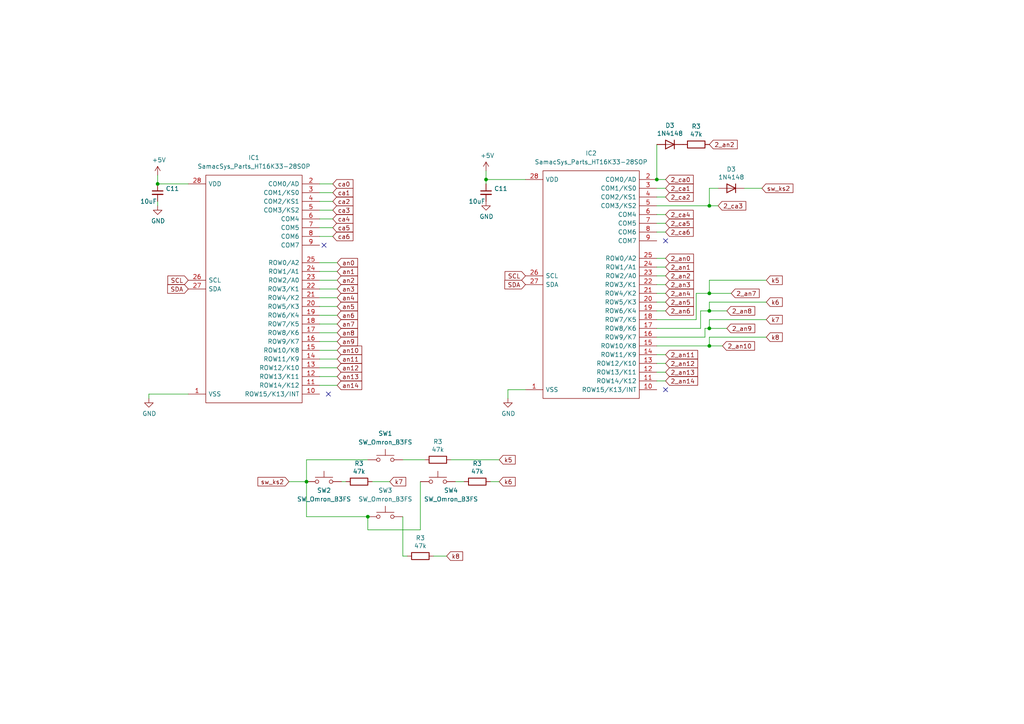
<source format=kicad_sch>
(kicad_sch (version 20230121) (generator eeschema)
  (paper "A4")
  (lib_symbols
    (symbol "Device:C_Small" (pin_numbers hide) (pin_names (offset 0.254) hide)
      (property "Reference" "C" (at 0.254 1.778 0))
      (property "Value" "C_Small" (at 0.254 -2.032 0))
      (symbol "C_Small_0_1"
        (polyline (pts (xy -1.524 -0.508) (xy 1.524 -0.508)) (stroke (width 0.3302)))
        (polyline (pts (xy -1.524 0.508) (xy 1.524 0.508)) (stroke (width 0.3048)))
      )
      (symbol "C_Small_1_1"
        (pin passive line (at 0 2.54 270) (length 2.032) (name "~") (number "1"))
        (pin passive line (at 0 -2.54 90) (length 2.032) (name "~") (number "2"))
      )
    )
    (symbol "Device:D" (pin_numbers hide) (pin_names (offset 1.016) hide)
      (property "Reference" "D" (at 0 2.54 0))
      (property "Value" "D" (at 0 -2.54 0))
      (symbol "D_0_1"
        (polyline (pts (xy -1.27 1.27) (xy -1.27 -1.27)) (stroke (width 0.254)))
        (polyline (pts (xy 1.27 0) (xy -1.27 0)))
        (polyline (pts (xy 1.27 1.27) (xy 1.27 -1.27) (xy -1.27 0) (xy 1.27 1.27)) (stroke (width 0.254)))
      )
      (symbol "D_1_1"
        (pin passive line (at -3.81 0 0) (length 2.54) (name "K") (number "1"))
        (pin passive line (at 3.81 0 180) (length 2.54) (name "A") (number "2"))
      )
    )
    (symbol "Device:R" (pin_numbers hide) (pin_names (offset 0))
      (property "Reference" "R" (at 2.032 0 90))
      (property "Value" "R" (at 0 0 90))
      (symbol "R_0_1"
        (rectangle (start -1.016 -2.54) (end 1.016 2.54) (stroke (width 0.254)))
      )
      (symbol "R_1_1"
        (pin passive line (at 0 3.81 270) (length 1.27) (name "~") (number "1"))
        (pin passive line (at 0 -3.81 90) (length 1.27) (name "~") (number "2"))
      )
    )
    (symbol "LTP305_ESP32_CLOCK-rescue:HT16K33-28SOP-SamacSys_Parts" (pin_names (offset 0.762))
      (property "Reference" "IC" (at 34.29 7.62 0))
      (property "Value" "SamacSys_Parts_HT16K33-28SOP" (at 34.29 5.08 0))
      (symbol "HT16K33-28SOP-SamacSys_Parts_0_0"
        (pin passive line (at 0 -60.96 0) (length 5.08) (name "VSS") (number "1"))
        (pin passive line (at 38.1 -60.96 180) (length 5.08) (name "ROW15/K13/INT") (number "10"))
        (pin passive line (at 38.1 -58.42 180) (length 5.08) (name "ROW14/K12") (number "11"))
        (pin passive line (at 38.1 -55.88 180) (length 5.08) (name "ROW13/K11") (number "12"))
        (pin passive line (at 38.1 -53.34 180) (length 5.08) (name "ROW12/K10") (number "13"))
        (pin passive line (at 38.1 -50.8 180) (length 5.08) (name "ROW11/K9") (number "14"))
        (pin passive line (at 38.1 -48.26 180) (length 5.08) (name "ROW10/K8") (number "15"))
        (pin passive line (at 38.1 -45.72 180) (length 5.08) (name "ROW9/K7") (number "16"))
        (pin passive line (at 38.1 -43.18 180) (length 5.08) (name "ROW8/K6") (number "17"))
        (pin passive line (at 38.1 -40.64 180) (length 5.08) (name "ROW7/K5") (number "18"))
        (pin passive line (at 38.1 -38.1 180) (length 5.08) (name "ROW6/K4") (number "19"))
        (pin passive line (at 38.1 0 180) (length 5.08) (name "COM0/AD") (number "2"))
        (pin passive line (at 38.1 -35.56 180) (length 5.08) (name "ROW5/K3") (number "20"))
        (pin passive line (at 38.1 -33.02 180) (length 5.08) (name "ROW4/K2") (number "21"))
        (pin passive line (at 38.1 -30.48 180) (length 5.08) (name "ROW3/K1") (number "22"))
        (pin passive line (at 38.1 -27.94 180) (length 5.08) (name "ROW2/A0") (number "23"))
        (pin passive line (at 38.1 -25.4 180) (length 5.08) (name "ROW1/A1") (number "24"))
        (pin passive line (at 38.1 -22.86 180) (length 5.08) (name "ROW0/A2") (number "25"))
        (pin passive line (at 0 -27.94 0) (length 5.08) (name "SCL") (number "26"))
        (pin passive line (at 0 -30.48 0) (length 5.08) (name "SDA") (number "27"))
        (pin passive line (at 0 0 0) (length 5.08) (name "VDD") (number "28"))
        (pin passive line (at 38.1 -2.54 180) (length 5.08) (name "COM1/KS0") (number "3"))
        (pin passive line (at 38.1 -5.08 180) (length 5.08) (name "COM2/KS1") (number "4"))
        (pin passive line (at 38.1 -7.62 180) (length 5.08) (name "COM3/KS2") (number "5"))
        (pin passive line (at 38.1 -10.16 180) (length 5.08) (name "COM4") (number "6"))
        (pin passive line (at 38.1 -12.7 180) (length 5.08) (name "COM5") (number "7"))
        (pin passive line (at 38.1 -15.24 180) (length 5.08) (name "COM6") (number "8"))
        (pin passive line (at 38.1 -17.78 180) (length 5.08) (name "COM7") (number "9"))
      )
      (symbol "HT16K33-28SOP-SamacSys_Parts_0_1"
        (polyline (pts (xy 5.08 2.54) (xy 33.02 2.54) (xy 33.02 -63.5) (xy 5.08 -63.5) (xy 5.08 2.54)) (stroke (width 0.1524)))
      )
    )
    (symbol "Switch:SW_Omron_B3FS" (pin_numbers hide) (pin_names (offset 1.016) hide)
      (property "Reference" "SW" (at 1.27 2.54 0))
      (property "Value" "SW_Omron_B3FS" (at 0 -1.524 0))
      (symbol "SW_Omron_B3FS_0_1"
        (circle (center -2.032 0) (radius 0.508))
        (polyline (pts (xy 0 1.27) (xy 0 3.048)))
        (polyline (pts (xy 2.54 1.27) (xy -2.54 1.27)))
        (circle (center 2.032 0) (radius 0.508))
        (pin passive line (at -5.08 0 0) (length 2.54) (name "1") (number "1"))
        (pin passive line (at 5.08 0 180) (length 2.54) (name "2") (number "2"))
      )
    )
    (symbol "power:+5V" (power) (pin_names (offset 0))
      (property "Value" "+5V" (at 0 3.556 0))
      (symbol "+5V_0_1"
        (polyline (pts (xy -0.762 1.27) (xy 0 2.54)))
        (polyline (pts (xy 0 0) (xy 0 2.54)))
        (polyline (pts (xy 0 2.54) (xy 0.762 1.27)))
      )
      (symbol "+5V_1_1"
        (pin power_in line (at 0 0 90) (length 0) hide (name "+5V") (number "1"))
      )
    )
    (symbol "power:GND" (power) (pin_names (offset 0))
      (property "Value" "GND" (at 0 -3.81 0))
      (symbol "GND_0_1"
        (polyline (pts (xy 0 0) (xy 0 -1.27) (xy 1.27 -1.27) (xy 0 -2.54) (xy -1.27 -1.27) (xy 0 -1.27)))
      )
      (symbol "GND_1_1"
        (pin power_in line (at 0 0 270) (length 0) hide (name "GND") (number "1"))
      )
    )
  )
  (junction (at 190.5 52.07))
  (junction (at 45.72 53.34))
  (junction (at 140.97 52.07))
  (junction (at 205.74 100.33))
  (junction (at 205.74 59.69))
  (junction (at 205.74 95.25))
  (junction (at 205.74 90.17))
  (junction (at 205.74 85.09))
  (junction (at 88.9 139.7))
  (junction (at 106.68 149.86))
  (no_connect (at 93.98 71.12))
  (no_connect (at 95.25 114.3))
  (no_connect (at 193.04 69.85))
  (no_connect (at 193.04 113.03))
  (wire (pts (xy 140.97 49.53) (xy 140.97 52.07)))
  (wire (pts (xy 190.5 77.47) (xy 193.04 77.47)))
  (wire (pts (xy 222.25 81.28) (xy 205.74 81.28)))
  (wire (pts (xy 88.9 149.86) (xy 88.9 139.7)))
  (wire (pts (xy 190.5 110.49) (xy 193.04 110.49)))
  (wire (pts (xy 205.74 100.33) (xy 209.55 100.33)))
  (wire (pts (xy 88.9 133.35) (xy 88.9 139.7)))
  (wire (pts (xy 92.71 63.5) (xy 96.52 63.5)))
  (wire (pts (xy 190.5 74.93) (xy 193.04 74.93)))
  (wire (pts (xy 92.71 99.06) (xy 97.79 99.06)))
  (wire (pts (xy 205.74 81.28) (xy 205.74 85.09)))
  (wire (pts (xy 92.71 76.2) (xy 97.79 76.2)))
  (wire (pts (xy 190.5 67.31) (xy 193.04 67.31)))
  (wire (pts (xy 54.61 114.3) (xy 43.18 114.3)))
  (wire (pts (xy 205.74 97.79) (xy 205.74 100.33)))
  (wire (pts (xy 92.71 68.58) (xy 96.52 68.58)))
  (wire (pts (xy 45.72 50.8) (xy 45.72 53.34)))
  (wire (pts (xy 121.92 153.67) (xy 106.68 153.67)))
  (wire (pts (xy 204.47 95.25) (xy 205.74 95.25)))
  (wire (pts (xy 203.2 90.17) (xy 205.74 90.17)))
  (wire (pts (xy 92.71 93.98) (xy 97.79 93.98)))
  (wire (pts (xy 205.74 59.69) (xy 208.28 59.69)))
  (wire (pts (xy 92.71 66.04) (xy 96.52 66.04)))
  (wire (pts (xy 205.74 87.63) (xy 205.74 90.17)))
  (wire (pts (xy 92.71 55.88) (xy 96.52 55.88)))
  (wire (pts (xy 190.5 85.09) (xy 193.04 85.09)))
  (wire (pts (xy 222.25 87.63) (xy 205.74 87.63)))
  (wire (pts (xy 201.93 85.09) (xy 205.74 85.09)))
  (wire (pts (xy 130.81 133.35) (xy 144.78 133.35)))
  (wire (pts (xy 92.71 91.44) (xy 97.79 91.44)))
  (wire (pts (xy 222.25 92.71) (xy 205.74 92.71)))
  (wire (pts (xy 92.71 109.22) (xy 97.79 109.22)))
  (wire (pts (xy 92.71 88.9) (xy 97.79 88.9)))
  (wire (pts (xy 152.4 52.07) (xy 140.97 52.07)))
  (wire (pts (xy 92.71 106.68) (xy 97.79 106.68)))
  (wire (pts (xy 215.9 54.61) (xy 220.98 54.61)))
  (wire (pts (xy 116.84 161.29) (xy 118.11 161.29)))
  (wire (pts (xy 45.72 58.42) (xy 45.72 59.69)))
  (wire (pts (xy 142.24 139.7) (xy 144.78 139.7)))
  (wire (pts (xy 107.95 139.7) (xy 113.03 139.7)))
  (wire (pts (xy 88.9 139.7) (xy 83.82 139.7)))
  (wire (pts (xy 208.28 54.61) (xy 205.74 54.61)))
  (wire (pts (xy 190.5 82.55) (xy 193.04 82.55)))
  (wire (pts (xy 92.71 101.6) (xy 97.79 101.6)))
  (wire (pts (xy 190.5 100.33) (xy 205.74 100.33)))
  (wire (pts (xy 132.08 139.7) (xy 134.62 139.7)))
  (wire (pts (xy 190.5 105.41) (xy 193.04 105.41)))
  (wire (pts (xy 205.74 85.09) (xy 212.09 85.09)))
  (wire (pts (xy 190.5 57.15) (xy 193.04 57.15)))
  (wire (pts (xy 106.68 153.67) (xy 106.68 149.86)))
  (wire (pts (xy 190.5 87.63) (xy 193.04 87.63)))
  (wire (pts (xy 205.74 54.61) (xy 205.74 59.69)))
  (wire (pts (xy 92.71 86.36) (xy 97.79 86.36)))
  (wire (pts (xy 92.71 104.14) (xy 97.79 104.14)))
  (wire (pts (xy 92.71 81.28) (xy 97.79 81.28)))
  (wire (pts (xy 43.18 114.3) (xy 43.18 115.57)))
  (wire (pts (xy 106.68 149.86) (xy 88.9 149.86)))
  (wire (pts (xy 190.5 59.69) (xy 205.74 59.69)))
  (wire (pts (xy 116.84 149.86) (xy 116.84 161.29)))
  (wire (pts (xy 125.73 161.29) (xy 129.54 161.29)))
  (wire (pts (xy 92.71 83.82) (xy 97.79 83.82)))
  (wire (pts (xy 92.71 60.96) (xy 96.52 60.96)))
  (wire (pts (xy 205.74 90.17) (xy 210.82 90.17)))
  (wire (pts (xy 100.33 139.7) (xy 99.06 139.7)))
  (wire (pts (xy 92.71 78.74) (xy 97.79 78.74)))
  (wire (pts (xy 92.71 96.52) (xy 97.79 96.52)))
  (wire (pts (xy 204.47 95.25) (xy 204.47 97.79)))
  (wire (pts (xy 190.5 80.01) (xy 193.04 80.01)))
  (wire (pts (xy 121.92 139.7) (xy 121.92 153.67)))
  (wire (pts (xy 190.5 54.61) (xy 193.04 54.61)))
  (wire (pts (xy 190.5 102.87) (xy 193.04 102.87)))
  (wire (pts (xy 96.52 53.34) (xy 92.71 53.34)))
  (wire (pts (xy 222.25 97.79) (xy 205.74 97.79)))
  (wire (pts (xy 201.93 92.71) (xy 190.5 92.71)))
  (wire (pts (xy 205.74 92.71) (xy 205.74 95.25)))
  (wire (pts (xy 45.72 53.34) (xy 54.61 53.34)))
  (wire (pts (xy 106.68 133.35) (xy 88.9 133.35)))
  (wire (pts (xy 92.71 58.42) (xy 96.52 58.42)))
  (wire (pts (xy 203.2 90.17) (xy 203.2 95.25)))
  (wire (pts (xy 92.71 111.76) (xy 97.79 111.76)))
  (wire (pts (xy 190.5 107.95) (xy 193.04 107.95)))
  (wire (pts (xy 201.93 85.09) (xy 201.93 92.71)))
  (wire (pts (xy 190.5 90.17) (xy 193.04 90.17)))
  (wire (pts (xy 190.5 64.77) (xy 193.04 64.77)))
  (wire (pts (xy 140.97 53.34) (xy 140.97 52.07)))
  (wire (pts (xy 190.5 41.91) (xy 190.5 52.07)))
  (wire (pts (xy 190.5 62.23) (xy 193.04 62.23)))
  (wire (pts (xy 116.84 133.35) (xy 123.19 133.35)))
  (wire (pts (xy 152.4 113.03) (xy 147.32 113.03)))
  (wire (pts (xy 203.2 95.25) (xy 190.5 95.25)))
  (wire (pts (xy 147.32 113.03) (xy 147.32 115.57)))
  (wire (pts (xy 205.74 95.25) (xy 210.82 95.25)))
  (wire (pts (xy 204.47 97.79) (xy 190.5 97.79)))
  (wire (pts (xy 190.5 52.07) (xy 193.04 52.07)))
  (global_label "SCL" (shape input) (at 54.61 81.28 180) (property "Intersheetrefs" "${INTERSHEET_REFS}" (effects hide)))
  (global_label "an3" (shape input) (at 97.79 83.82 0) (property "Intersheetrefs" "${INTERSHEET_REFS}" (effects hide)))
  (global_label "ca3" (shape input) (at 96.52 60.96 0) (property "Intersheetrefs" "${INTERSHEET_REFS}" (effects hide)))
  (global_label "2_an0" (shape input) (at 193.04 74.93 0) (property "Intersheetrefs" "${INTERSHEET_REFS}" (effects hide)))
  (global_label "an14" (shape input) (at 97.79 111.76 0) (property "Intersheetrefs" "${INTERSHEET_REFS}" (effects hide)))
  (global_label "2_ca5" (shape input) (at 193.04 64.77 0) (property "Intersheetrefs" "${INTERSHEET_REFS}" (effects hide)))
  (global_label "2_ca2" (shape input) (at 193.04 57.15 0) (property "Intersheetrefs" "${INTERSHEET_REFS}" (effects hide)))
  (global_label "an11" (shape input) (at 97.79 104.14 0) (property "Intersheetrefs" "${INTERSHEET_REFS}" (effects hide)))
  (global_label "ca5" (shape input) (at 96.52 66.04 0) (property "Intersheetrefs" "${INTERSHEET_REFS}" (effects hide)))
  (global_label "2_an6" (shape input) (at 193.04 90.17 0) (property "Intersheetrefs" "${INTERSHEET_REFS}" (effects hide)))
  (global_label "an10" (shape input) (at 97.79 101.6 0) (property "Intersheetrefs" "${INTERSHEET_REFS}" (effects hide)))
  (global_label "2_ca1" (shape input) (at 193.04 54.61 0) (property "Intersheetrefs" "${INTERSHEET_REFS}" (effects hide)))
  (global_label "an6" (shape input) (at 97.79 91.44 0) (property "Intersheetrefs" "${INTERSHEET_REFS}" (effects hide)))
  (global_label "ca6" (shape input) (at 96.52 68.58 0) (property "Intersheetrefs" "${INTERSHEET_REFS}" (effects hide)))
  (global_label "SCL" (shape input) (at 152.4 80.01 180) (property "Intersheetrefs" "${INTERSHEET_REFS}" (effects hide)))
  (global_label "an13" (shape input) (at 97.79 109.22 0) (property "Intersheetrefs" "${INTERSHEET_REFS}" (effects hide)))
  (global_label "sw_ks2" (shape input) (at 83.82 139.7 180) (property "Intersheetrefs" "${INTERSHEET_REFS}" (effects hide)))
  (global_label "an12" (shape input) (at 97.79 106.68 0) (property "Intersheetrefs" "${INTERSHEET_REFS}" (effects hide)))
  (global_label "an1" (shape input) (at 97.79 78.74 0) (property "Intersheetrefs" "${INTERSHEET_REFS}" (effects hide)))
  (global_label "k6" (shape input) (at 222.25 87.63 0) (property "Intersheetrefs" "${INTERSHEET_REFS}" (effects hide)))
  (global_label "an7" (shape input) (at 97.79 93.98 0) (property "Intersheetrefs" "${INTERSHEET_REFS}" (effects hide)))
  (global_label "2_an10" (shape input) (at 209.55 100.33 0) (property "Intersheetrefs" "${INTERSHEET_REFS}" (effects hide)))
  (global_label "2_an5" (shape input) (at 193.04 87.63 0) (property "Intersheetrefs" "${INTERSHEET_REFS}" (effects hide)))
  (global_label "an9" (shape input) (at 97.79 99.06 0) (property "Intersheetrefs" "${INTERSHEET_REFS}" (effects hide)))
  (global_label "2_ca0" (shape input) (at 193.04 52.07 0) (property "Intersheetrefs" "${INTERSHEET_REFS}" (effects hide)))
  (global_label "2_an14" (shape input) (at 193.04 110.49 0) (property "Intersheetrefs" "${INTERSHEET_REFS}" (effects hide)))
  (global_label "2_an2" (shape input) (at 205.74 41.91 0) (property "Intersheetrefs" "${INTERSHEET_REFS}" (effects hide)))
  (global_label "2_an11" (shape input) (at 193.04 102.87 0) (property "Intersheetrefs" "${INTERSHEET_REFS}" (effects hide)))
  (global_label "k7" (shape input) (at 222.25 92.71 0) (property "Intersheetrefs" "${INTERSHEET_REFS}" (effects hide)))
  (global_label "SDA" (shape input) (at 54.61 83.82 180) (property "Intersheetrefs" "${INTERSHEET_REFS}" (effects hide)))
  (global_label "an2" (shape input) (at 97.79 81.28 0) (property "Intersheetrefs" "${INTERSHEET_REFS}" (effects hide)))
  (global_label "2_an3" (shape input) (at 193.04 82.55 0) (property "Intersheetrefs" "${INTERSHEET_REFS}" (effects hide)))
  (global_label "2_an13" (shape input) (at 193.04 107.95 0) (property "Intersheetrefs" "${INTERSHEET_REFS}" (effects hide)))
  (global_label "k5" (shape input) (at 222.25 81.28 0) (property "Intersheetrefs" "${INTERSHEET_REFS}" (effects hide)))
  (global_label "ca4" (shape input) (at 96.52 63.5 0) (property "Intersheetrefs" "${INTERSHEET_REFS}" (effects hide)))
  (global_label "k6" (shape input) (at 144.78 139.7 0) (property "Intersheetrefs" "${INTERSHEET_REFS}" (effects hide)))
  (global_label "2_ca6" (shape input) (at 193.04 67.31 0) (property "Intersheetrefs" "${INTERSHEET_REFS}" (effects hide)))
  (global_label "2_an2" (shape input) (at 193.04 80.01 0) (property "Intersheetrefs" "${INTERSHEET_REFS}" (effects hide)))
  (global_label "k8" (shape input) (at 222.25 97.79 0) (property "Intersheetrefs" "${INTERSHEET_REFS}" (effects hide)))
  (global_label "ca1" (shape input) (at 96.52 55.88 0) (property "Intersheetrefs" "${INTERSHEET_REFS}" (effects hide)))
  (global_label "k7" (shape input) (at 113.03 139.7 0) (property "Intersheetrefs" "${INTERSHEET_REFS}" (effects hide)))
  (global_label "SDA" (shape input) (at 152.4 82.55 180) (property "Intersheetrefs" "${INTERSHEET_REFS}" (effects hide)))
  (global_label "an8" (shape input) (at 97.79 96.52 0) (property "Intersheetrefs" "${INTERSHEET_REFS}" (effects hide)))
  (global_label "an4" (shape input) (at 97.79 86.36 0) (property "Intersheetrefs" "${INTERSHEET_REFS}" (effects hide)))
  (global_label "2_an1" (shape input) (at 193.04 77.47 0) (property "Intersheetrefs" "${INTERSHEET_REFS}" (effects hide)))
  (global_label "an5" (shape input) (at 97.79 88.9 0) (property "Intersheetrefs" "${INTERSHEET_REFS}" (effects hide)))
  (global_label "2_ca3" (shape input) (at 208.28 59.69 0) (property "Intersheetrefs" "${INTERSHEET_REFS}" (effects hide)))
  (global_label "2_an9" (shape input) (at 210.82 95.25 0) (property "Intersheetrefs" "${INTERSHEET_REFS}" (effects hide)))
  (global_label "an0" (shape input) (at 97.79 76.2 0) (property "Intersheetrefs" "${INTERSHEET_REFS}" (effects hide)))
  (global_label "k5" (shape input) (at 144.78 133.35 0) (property "Intersheetrefs" "${INTERSHEET_REFS}" (effects hide)))
  (global_label "sw_ks2" (shape input) (at 220.98 54.61 0) (property "Intersheetrefs" "${INTERSHEET_REFS}" (effects hide)))
  (global_label "ca2" (shape input) (at 96.52 58.42 0) (property "Intersheetrefs" "${INTERSHEET_REFS}" (effects hide)))
  (global_label "2_an7" (shape input) (at 212.09 85.09 0) (property "Intersheetrefs" "${INTERSHEET_REFS}" (effects hide)))
  (global_label "2_an4" (shape input) (at 193.04 85.09 0) (property "Intersheetrefs" "${INTERSHEET_REFS}" (effects hide)))
  (global_label "2_ca4" (shape input) (at 193.04 62.23 0) (property "Intersheetrefs" "${INTERSHEET_REFS}" (effects hide)))
  (global_label "k8" (shape input) (at 129.54 161.29 0) (property "Intersheetrefs" "${INTERSHEET_REFS}" (effects hide)))
  (global_label "2_an12" (shape input) (at 193.04 105.41 0) (property "Intersheetrefs" "${INTERSHEET_REFS}" (effects hide)))
  (global_label "ca0" (shape input) (at 96.52 53.34 0) (property "Intersheetrefs" "${INTERSHEET_REFS}" (effects hide)))
  (global_label "2_an8" (shape input) (at 210.82 90.17 0) (property "Intersheetrefs" "${INTERSHEET_REFS}" (effects hide)))
  (symbol (lib_id "LTP305_ESP32_CLOCK-rescue:HT16K33-28SOP-SamacSys_Parts") (at 54.61 53.34 0) (unit 1)
    (property "Reference" "IC1" (at 73.66 45.72 0))
    (property "Value" "SamacSys_Parts_HT16K33-28SOP" (at 73.66 48.26 0))
    (property "Footprint" "Holtek:SOIC127P1031X264-28N" (effects hide))
    (property "Datasheet" "http://uk.rs-online.com/web/p/products/8850765" (effects hide))
    (property "Description" "Key-in LED Control Driver RAM I2C 28SOP Holtek HT16K33-28SOP, LED Driver 16-Segments, 5 V, 28-Pin SOP" (effects hide))
    (property "Height" "2.64" (effects hide))
    (property "Manufacturer_Name" "Holtek" (effects hide))
    (property "Manufacturer_Part_Number" "HT16K33-28SOP" (effects hide))
  )
  (symbol (lib_id "power:GND") (at 43.18 115.57 0) (unit 1)
    (property "Reference" "#PWR09" (effects hide))
    (property "Value" "GND" (at 43.307 119.9642 0))
    (instances (project "LTP305_ESP32_CLOCK" (path "" (reference "#PWR09") (unit 1))) (project "ltp_kikad" (path "" (reference "#PWR03") (unit 1)) (path "" (reference "#PWR01") (unit 1))))
  )
  (symbol (lib_id "power:GND") (at 147.32 115.57 0) (unit 1)
    (property "Reference" "#PWR09" (effects hide))
    (property "Value" "GND" (at 147.447 119.9642 0))
    (instances (project "LTP305_ESP32_CLOCK" (path "" (reference "#PWR09") (unit 1))) (project "ltp_kikad" (path "" (reference "#PWR06") (unit 1)) (path "" (reference "#PWR012") (unit 1))))
  )
  (symbol (lib_id "Device:D") (at 212.09 54.61 180) (unit 1)
    (property "Reference" "D3" (at 212.09 49.0982 0))
    (property "Value" "1N4148" (at 212.09 51.4096 0))
    (property "Footprint" "Diode_SMD:D_0805_2012Metric" (effects hide))
    (instances (project "LTP305_ESP32_CLOCK" (path "" (reference "D3") (unit 1))) (project "ltp_kikad" (path "" (reference "D1") (unit 1)) (path "" (reference "D2") (unit 1))))
  )
  (symbol (lib_id "Device:C_Small") (at 140.97 55.88 0) (unit 1)
    (property "Reference" "C11" (at 143.3068 54.7116 0) (effects (justify left)))
    (property "Value" "10uF" (at 135.89 58.42 0) (effects (justify left)))
    (property "Footprint" "Capacitor_SMD:C_0603_1608Metric" (effects hide))
    (instances (project "LTP305_ESP32_CLOCK" (path "" (reference "C11") (unit 1))) (project "ltp_kikad" (path "" (reference "C2") (unit 1)) (path "" (reference "C2") (unit 1))))
  )
  (symbol (lib_id "power:+5V") (at 45.72 50.8 0) (unit 1)
    (property "Reference" "#PWR08" (effects hide))
    (property "Value" "+5V" (at 46.101 46.4058 0))
    (instances (project "LTP305_ESP32_CLOCK" (path "" (reference "#PWR08") (unit 1))) (project "ltp_kikad" (path "" (reference "#PWR01") (unit 1)) (path "" (reference "#PWR02") (unit 1))))
  )
  (symbol (lib_id "Switch:SW_Omron_B3FS") (at 111.76 149.86 0) (unit 1)
    (property "Reference" "SW3" (at 111.76 142.24 0))
    (property "Value" "SW_Omron_B3FS" (at 111.76 144.78 0))
    (property "Footprint" "Button_Switch_THT:SW_PUSH_6mm_H4.3mm" (effects hide))
    (property "Datasheet" "https://omronfs.omron.com/en_US/ecb/products/pdf/en-b3fs.pdf" (effects hide))
  )
  (symbol (lib_id "Switch:SW_Omron_B3FS") (at 111.76 133.35 0) (unit 1)
    (property "Reference" "SW1" (at 111.76 125.73 0))
    (property "Value" "SW_Omron_B3FS" (at 111.76 128.27 0))
    (property "Footprint" "Button_Switch_THT:SW_PUSH_6mm_H4.3mm" (effects hide))
    (property "Datasheet" "https://omronfs.omron.com/en_US/ecb/products/pdf/en-b3fs.pdf" (effects hide))
  )
  (symbol (lib_id "Device:R") (at 121.92 161.29 90) (unit 1)
    (property "Reference" "R3" (at 121.92 156.0322 90))
    (property "Value" "47k" (at 121.92 158.3436 90))
    (property "Footprint" "Resistor_SMD:R_0603_1608Metric" (effects hide))
    (instances (project "LTP305_ESP32_CLOCK" (path "" (reference "R3") (unit 1))) (project "ltp_kikad" (path "" (reference "R2") (unit 1)) (path "" (reference "R7") (unit 1))))
  )
  (symbol (lib_id "Device:C_Small") (at 45.72 55.88 0) (unit 1)
    (property "Reference" "C11" (at 48.0568 54.7116 0) (effects (justify left)))
    (property "Value" "10uF" (at 40.64 58.42 0) (effects (justify left)))
    (property "Footprint" "Capacitor_SMD:C_0603_1608Metric" (effects hide))
    (instances (project "LTP305_ESP32_CLOCK" (path "" (reference "C11") (unit 1))) (project "ltp_kikad" (path "" (reference "C1") (unit 1)) (path "" (reference "C1") (unit 1))))
  )
  (symbol (lib_id "Switch:SW_Omron_B3FS") (at 127 139.7 0) (unit 1)
    (property "Reference" "SW4" (at 130.81 142.24 0))
    (property "Value" "SW_Omron_B3FS" (at 130.81 144.78 0))
    (property "Footprint" "Button_Switch_THT:SW_PUSH_6mm_H4.3mm" (effects hide))
    (property "Datasheet" "https://omronfs.omron.com/en_US/ecb/products/pdf/en-b3fs.pdf" (effects hide))
  )
  (symbol (lib_id "Device:R") (at 201.93 41.91 90) (unit 1)
    (property "Reference" "R3" (at 201.93 36.6522 90))
    (property "Value" "47k" (at 201.93 38.9636 90))
    (property "Footprint" "Resistor_SMD:R_0603_1608Metric" (effects hide))
    (instances (project "LTP305_ESP32_CLOCK" (path "" (reference "R3") (unit 1))) (project "ltp_kikad" (path "" (reference "R2") (unit 1)) (path "" (reference "R2") (unit 1))))
  )
  (symbol (lib_id "Device:R") (at 104.14 139.7 90) (unit 1)
    (property "Reference" "R3" (at 104.14 134.4422 90))
    (property "Value" "47k" (at 104.14 136.7536 90))
    (property "Footprint" "Resistor_SMD:R_0603_1608Metric" (effects hide))
    (instances (project "LTP305_ESP32_CLOCK" (path "" (reference "R3") (unit 1))) (project "ltp_kikad" (path "" (reference "R2") (unit 1)) (path "" (reference "R9") (unit 1))))
  )
  (symbol (lib_id "power:GND") (at 45.72 59.69 0) (unit 1)
    (property "Reference" "#PWR038" (effects hide))
    (property "Value" "GND" (at 45.847 64.0842 0))
    (instances (project "LTP305_ESP32_CLOCK" (path "" (reference "#PWR038") (unit 1))) (project "ltp_kikad" (path "" (reference "#PWR02") (unit 1)) (path "" (reference "#PWR03") (unit 1))))
  )
  (symbol (lib_id "Switch:SW_Omron_B3FS") (at 93.98 139.7 0) (unit 1)
    (property "Reference" "SW2" (at 93.98 142.24 0))
    (property "Value" "SW_Omron_B3FS" (at 93.98 144.78 0))
    (property "Footprint" "Button_Switch_THT:SW_PUSH_6mm_H4.3mm" (effects hide))
    (property "Datasheet" "https://omronfs.omron.com/en_US/ecb/products/pdf/en-b3fs.pdf" (effects hide))
  )
  (symbol (lib_id "Device:D") (at 194.31 41.91 180) (unit 1)
    (property "Reference" "D3" (at 194.31 36.3982 0))
    (property "Value" "1N4148" (at 194.31 38.7096 0))
    (property "Footprint" "Diode_SMD:D_0805_2012Metric" (effects hide))
    (instances (project "LTP305_ESP32_CLOCK" (path "" (reference "D3") (unit 1))) (project "ltp_kikad" (path "" (reference "D1") (unit 1)) (path "" (reference "D1") (unit 1))))
  )
  (symbol (lib_id "LTP305_ESP32_CLOCK-rescue:HT16K33-28SOP-SamacSys_Parts") (at 152.4 52.07 0) (unit 1)
    (property "Reference" "IC2" (at 171.45 44.45 0))
    (property "Value" "SamacSys_Parts_HT16K33-28SOP" (at 171.45 46.99 0))
    (property "Footprint" "Holtek:SOIC127P1031X264-28N" (effects hide))
    (property "Datasheet" "http://uk.rs-online.com/web/p/products/8850765" (effects hide))
    (property "Description" "Key-in LED Control Driver RAM I2C 28SOP Holtek HT16K33-28SOP, LED Driver 16-Segments, 5 V, 28-Pin SOP" (effects hide))
    (property "Height" "2.64" (effects hide))
    (property "Manufacturer_Name" "Holtek" (effects hide))
    (property "Manufacturer_Part_Number" "HT16K33-28SOP" (effects hide))
  )
  (symbol (lib_id "Device:R") (at 138.43 139.7 90) (unit 1)
    (property "Reference" "R3" (at 138.43 134.4422 90))
    (property "Value" "47k" (at 138.43 136.7536 90))
    (property "Footprint" "Resistor_SMD:R_0603_1608Metric" (effects hide))
    (instances (project "LTP305_ESP32_CLOCK" (path "" (reference "R3") (unit 1))) (project "ltp_kikad" (path "" (reference "R2") (unit 1)) (path "" (reference "R6") (unit 1))))
  )
  (symbol (lib_id "Device:R") (at 127 133.35 90) (unit 1)
    (property "Reference" "R3" (at 127 128.0922 90))
    (property "Value" "47k" (at 127 130.4036 90))
    (property "Footprint" "Resistor_SMD:R_0603_1608Metric" (effects hide))
    (instances (project "LTP305_ESP32_CLOCK" (path "" (reference "R3") (unit 1))) (project "ltp_kikad" (path "" (reference "R2") (unit 1)) (path "" (reference "R8") (unit 1))))
  )
  (symbol (lib_id "power:GND") (at 140.97 58.42 0) (unit 1)
    (property "Reference" "#PWR038" (effects hide))
    (property "Value" "GND" (at 141.097 62.8142 0))
    (instances (project "LTP305_ESP32_CLOCK" (path "" (reference "#PWR038") (unit 1))) (project "ltp_kikad" (path "" (reference "#PWR05") (unit 1)) (path "" (reference "#PWR05") (unit 1))))
  )
  (symbol (lib_id "power:+5V") (at 140.97 49.53 0) (unit 1)
    (property "Reference" "#PWR08" (effects hide))
    (property "Value" "+5V" (at 141.351 45.1358 0))
    (instances (project "LTP305_ESP32_CLOCK" (path "" (reference "#PWR08") (unit 1))) (project "ltp_kikad" (path "" (reference "#PWR04") (unit 1)) (path "" (reference "#PWR04") (unit 1))))
  )
)
</source>
